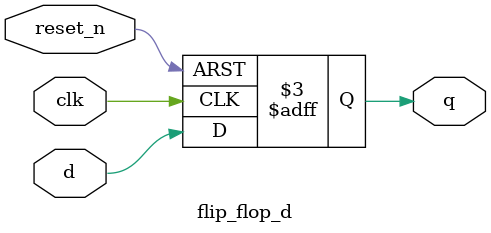
<source format=v>
/*
 * Módulo: flip_flop_d_comportamental
 * Função: Flip-Flop tipo D, sensível à borda de subida, com reset assíncrono.
 * Este é o único módulo do projeto que usará Verilog comportamental,
 */
module flip_flop_d (
    input d,          // Entrada de dados de 1 bit
    input clk,        // Sinal de clock
    input reset_n,    // Sinal de reset assíncrono (ativo em nível baixo)
    output reg q      // Saída de dados de 1 bit
);

    // A lista de sensibilidade (@) define esses momentos.
    always @(posedge clk or negedge reset_n) begin
    
        // A condição de reset é checada primeiro e tem prioridade.
        // Como o reset está na lista de sensibilidade, ele atua imediatamente (assíncrono).
        if (!reset_n) begin // Se reset_n for '0'
            q <= 1'b0;      // A saída é forçada para 0.
        end 
        else begin
            // Se não houver reset, a única outra razão para entrar neste bloco
            // foi a borda de subida do clock (posedge clk).
            q <= d;         // A saída 'q' copia o valor da entrada 'd'.
        end
        
    end

endmodule

</source>
